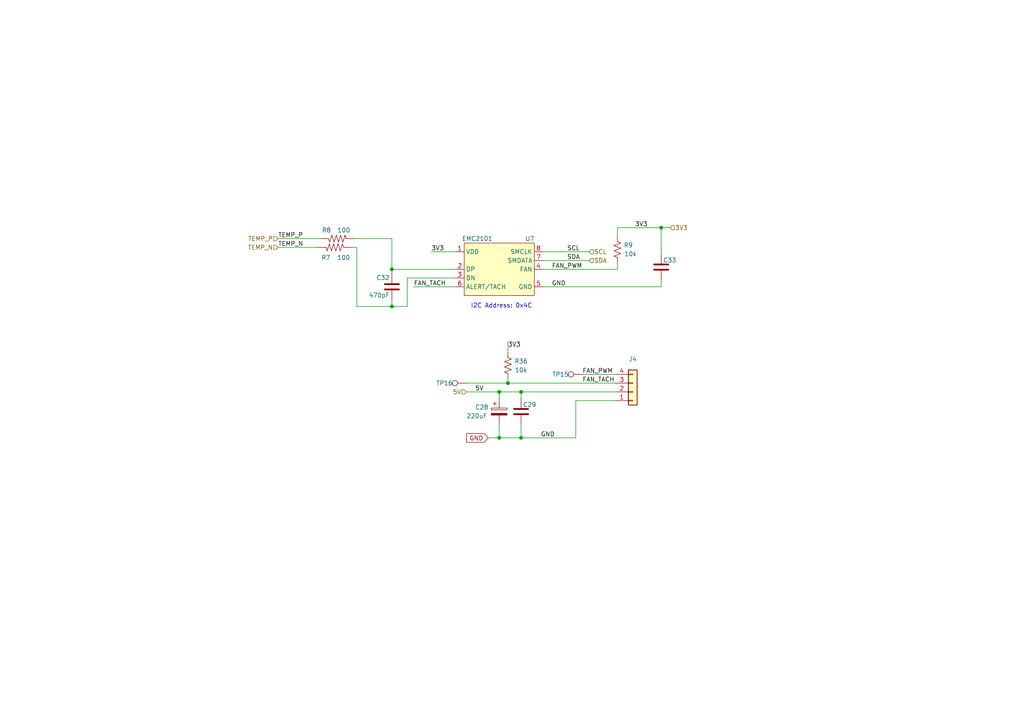
<source format=kicad_sch>
(kicad_sch (version 20230121) (generator eeschema)
  (paper "A4")
  (title_block (title "bitaxe, yo!") (date "2023-05-02") (rev "2.3"))
  (lib_symbols
    (symbol "Connector:TestPoint" (pin_numbers hide) (pin_names (offset 0.762) hide)
      (property "Reference" "TP" (at 0 6.858 0))
      (property "Value" "TestPoint" (at 0 5.08 0))
      (symbol "TestPoint_0_1"
        (circle (center 0 3.302) (radius 0.762))
      )
      (symbol "TestPoint_1_1"
        (pin passive line (at 0 0 90) (length 2.54) (name "1") (number "1"))
      )
    )
    (symbol "Connector_Generic:Conn_01x04" (pin_names (offset 1.016) hide)
      (property "Reference" "J" (at 0 5.08 0))
      (property "Value" "Conn_01x04" (at 0 -7.62 0))
      (symbol "Conn_01x04_1_1"
        (rectangle (start -1.27 -4.953) (end 0 -5.207) (stroke (width 0.1524)))
        (rectangle (start -1.27 -2.413) (end 0 -2.667) (stroke (width 0.1524)))
        (rectangle (start -1.27 0.127) (end 0 -0.127) (stroke (width 0.1524)))
        (rectangle (start -1.27 2.667) (end 0 2.413) (stroke (width 0.1524)))
        (rectangle (start -1.27 3.81) (end 1.27 -6.35) (stroke (width 0.254)) (fill (type background)))
        (pin passive line (at -5.08 2.54 0) (length 3.81) (name "Pin_1") (number "1"))
        (pin passive line (at -5.08 0 0) (length 3.81) (name "Pin_2") (number "2"))
        (pin passive line (at -5.08 -2.54 0) (length 3.81) (name "Pin_3") (number "3"))
        (pin passive line (at -5.08 -5.08 0) (length 3.81) (name "Pin_4") (number "4"))
      )
    )
    (symbol "DayMiner-eagle-import:RESISTOR0402-RES"
      (property "Reference" "R" (at -3.81 1.4986 0))
      (property "Value" "RESISTOR0402-RES" (at -3.81 -3.302 0))
      (symbol "RESISTOR0402-RES_1_0"
        (polyline (pts (xy -2.54 0) (xy -2.159 1.016)) (stroke (width 0.1524)))
        (polyline (pts (xy -2.159 1.016) (xy -1.524 -1.016)) (stroke (width 0.1524)))
        (polyline (pts (xy -1.524 -1.016) (xy -0.889 1.016)) (stroke (width 0.1524)))
        (polyline (pts (xy -0.889 1.016) (xy -0.254 -1.016)) (stroke (width 0.1524)))
        (polyline (pts (xy -0.254 -1.016) (xy 0.381 1.016)) (stroke (width 0.1524)))
        (polyline (pts (xy 0.381 1.016) (xy 1.016 -1.016)) (stroke (width 0.1524)))
        (polyline (pts (xy 1.016 -1.016) (xy 1.651 1.016)) (stroke (width 0.1524)))
        (polyline (pts (xy 1.651 1.016) (xy 2.286 -1.016)) (stroke (width 0.1524)))
        (polyline (pts (xy 2.286 -1.016) (xy 2.54 0)) (stroke (width 0.1524)))
        (pin passive line (at -5.08 0 0) (length 2.54) (name "1") (number "1"))
        (pin passive line (at 5.08 0 180) (length 2.54) (name "2") (number "2"))
      )
    )
    (symbol "Device:C" (pin_numbers hide) (pin_names (offset 0.254))
      (property "Reference" "C" (at 0.635 2.54 0))
      (property "Value" "C" (at 0.635 -2.54 0))
      (symbol "C_0_1"
        (polyline (pts (xy -2.032 -0.762) (xy 2.032 -0.762)) (stroke (width 0.508)))
        (polyline (pts (xy -2.032 0.762) (xy 2.032 0.762)) (stroke (width 0.508)))
      )
      (symbol "C_1_1"
        (pin passive line (at 0 3.81 270) (length 2.794) (name "~") (number "1"))
        (pin passive line (at 0 -3.81 90) (length 2.794) (name "~") (number "2"))
      )
    )
    (symbol "Device:C_Polarized" (pin_numbers hide) (pin_names (offset 0.254))
      (property "Reference" "C" (at 0.635 2.54 0))
      (property "Value" "C_Polarized" (at 0.635 -2.54 0))
      (symbol "C_Polarized_0_1"
        (rectangle (start -2.286 0.508) (end 2.286 1.016))
        (polyline (pts (xy -1.778 2.286) (xy -0.762 2.286)))
        (polyline (pts (xy -1.27 2.794) (xy -1.27 1.778)))
        (rectangle (start 2.286 -0.508) (end -2.286 -1.016) (fill (type outline)))
      )
      (symbol "C_Polarized_1_1"
        (pin passive line (at 0 3.81 270) (length 2.794) (name "~") (number "1"))
        (pin passive line (at 0 -3.81 90) (length 2.794) (name "~") (number "2"))
      )
    )
    (symbol "Device:R_US" (pin_numbers hide) (pin_names (offset 0))
      (property "Reference" "R" (at 2.54 0 90))
      (property "Value" "R_US" (at -2.54 0 90))
      (symbol "R_US_0_1"
        (polyline (pts (xy 0 -2.286) (xy 0 -2.54)))
        (polyline (pts (xy 0 2.286) (xy 0 2.54)))
        (polyline (pts (xy 0 -0.762) (xy 1.016 -1.143) (xy 0 -1.524) (xy -1.016 -1.905) (xy 0 -2.286)))
        (polyline (pts (xy 0 0.762) (xy 1.016 0.381) (xy 0 0) (xy -1.016 -0.381) (xy 0 -0.762)))
        (polyline (pts (xy 0 2.286) (xy 1.016 1.905) (xy 0 1.524) (xy -1.016 1.143) (xy 0 0.762)))
      )
      (symbol "R_US_1_1"
        (pin passive line (at 0 3.81 270) (length 1.27) (name "~") (number "1"))
        (pin passive line (at 0 -3.81 90) (length 1.27) (name "~") (number "2"))
      )
    )
    (symbol "dayminer:EMC2101"
      (property "Reference" "U" (at 8.89 8.89 0))
      (property "Value" "EMC2101" (at -6.35 8.89 0))
      (symbol "EMC2101_0_1"
        (rectangle (start -10.16 7.62) (end 10.16 -7.62) (stroke (width 0.1524)) (fill (type background)))
      )
      (symbol "EMC2101_1_1"
        (pin power_in line (at -12.7 5.08 0) (length 2.54) (name "VDD") (number "1"))
        (pin input line (at -12.7 0 0) (length 2.54) (name "DP") (number "2"))
        (pin input line (at -12.7 -2.54 0) (length 2.54) (name "DN") (number "3"))
        (pin output line (at 12.7 0 180) (length 2.54) (name "FAN") (number "4"))
        (pin power_in line (at 12.7 -5.08 180) (length 2.54) (name "GND") (number "5"))
        (pin input line (at -12.7 -5.08 0) (length 2.54) (name "ALERT/TACH") (number "6"))
        (pin input line (at 12.7 2.54 180) (length 2.54) (name "SMDATA") (number "7"))
        (pin input line (at 12.7 5.08 180) (length 2.54) (name "SMCLK") (number "8"))
      )
    )
  )
  (junction (at 113.665 78.105))
  (junction (at 191.77 66.04))
  (junction (at 151.13 113.665))
  (junction (at 147.32 111.125))
  (junction (at 144.78 113.665))
  (junction (at 113.665 88.9))
  (junction (at 144.78 127))
  (junction (at 151.13 127))
  (wire (pts (xy 157.48 73.025) (xy 170.815 73.025)))
  (wire (pts (xy 144.78 123.19) (xy 144.78 127)))
  (wire (pts (xy 135.255 111.125) (xy 147.32 111.125)))
  (wire (pts (xy 144.78 127) (xy 151.13 127)))
  (wire (pts (xy 80.645 71.755) (xy 92.075 71.755)))
  (wire (pts (xy 103.505 88.9) (xy 113.665 88.9)))
  (wire (pts (xy 179.07 66.04) (xy 191.77 66.04)))
  (wire (pts (xy 113.665 69.215) (xy 102.87 69.215)))
  (wire (pts (xy 194.31 66.04) (xy 191.77 66.04)))
  (wire (pts (xy 80.645 69.215) (xy 92.71 69.215)))
  (wire (pts (xy 120.015 83.185) (xy 132.08 83.185)))
  (wire (pts (xy 147.32 111.125) (xy 178.435 111.125)))
  (wire (pts (xy 147.32 99.06) (xy 147.32 102.235)))
  (wire (pts (xy 157.48 75.565) (xy 170.815 75.565)))
  (wire (pts (xy 144.78 113.665) (xy 151.13 113.665)))
  (wire (pts (xy 167.005 116.205) (xy 167.005 127)))
  (wire (pts (xy 132.08 78.105) (xy 113.665 78.105)))
  (wire (pts (xy 125.095 73.025) (xy 132.08 73.025)))
  (wire (pts (xy 118.11 88.9) (xy 118.11 80.645)))
  (wire (pts (xy 191.77 81.28) (xy 191.77 83.185)))
  (wire (pts (xy 103.505 71.755) (xy 102.235 71.755)))
  (wire (pts (xy 113.665 78.105) (xy 113.665 79.375)))
  (wire (pts (xy 191.77 66.04) (xy 191.77 73.66)))
  (wire (pts (xy 113.665 78.105) (xy 113.665 69.215)))
  (wire (pts (xy 179.07 66.04) (xy 179.07 68.58)))
  (wire (pts (xy 151.13 113.665) (xy 151.13 115.57)))
  (wire (pts (xy 113.665 88.9) (xy 118.11 88.9)))
  (wire (pts (xy 179.07 78.105) (xy 179.07 76.2)))
  (wire (pts (xy 167.005 116.205) (xy 178.435 116.205)))
  (wire (pts (xy 103.505 71.755) (xy 103.505 88.9)))
  (wire (pts (xy 168.91 108.585) (xy 178.435 108.585)))
  (wire (pts (xy 151.13 113.665) (xy 178.435 113.665)))
  (wire (pts (xy 157.48 83.185) (xy 191.77 83.185)))
  (wire (pts (xy 147.32 109.855) (xy 147.32 111.125)))
  (wire (pts (xy 157.48 78.105) (xy 179.07 78.105)))
  (wire (pts (xy 135.255 113.665) (xy 144.78 113.665)))
  (wire (pts (xy 132.08 80.645) (xy 118.11 80.645)))
  (wire (pts (xy 141.605 127) (xy 144.78 127)))
  (wire (pts (xy 144.78 113.665) (xy 144.78 115.57)))
  (wire (pts (xy 151.13 127) (xy 167.005 127)))
  (wire (pts (xy 113.665 86.995) (xy 113.665 88.9)))
  (wire (pts (xy 151.13 123.19) (xy 151.13 127)))
  (text "I2C Address: 0x4C" (at 136.525 89.535 0) (effects (font (size 1.27 1.27)) (justify left bottom)))
  (label "FAN_PWM" (at 160.02 78.105 0))
  (label "TEMP_P" (at 80.645 69.215 0))
  (label "GND" (at 160.02 83.185 0))
  (label "SCL" (at 164.465 73.025 0))
  (label "FAN_TACH" (at 120.015 83.185 0))
  (label "GND" (at 156.845 127 0))
  (label "3V3" (at 147.32 100.965 0))
  (label "FAN_PWM" (at 168.91 108.585 0))
  (label "3V3" (at 184.15 66.04 0))
  (label "3V3" (at 125.095 73.025 0))
  (label "TEMP_N" (at 80.645 71.755 0))
  (label "5V" (at 137.795 113.665 0))
  (label "SDA" (at 164.465 75.565 0))
  (label "FAN_TACH" (at 168.91 111.125 0))
  (global_label "GND" (shape input) (at 141.605 127 180) (property "Intersheetrefs" "${INTERSHEET_REFS}" (effects hide)))
  (hierarchical_label "5V" (shape input) (at 135.255 113.665 180))
  (hierarchical_label "TEMP_P" (shape input) (at 80.645 69.215 180))
  (hierarchical_label "SCL" (shape input) (at 170.815 73.025 0))
  (hierarchical_label "TEMP_N" (shape input) (at 80.645 71.755 180))
  (hierarchical_label "SDA" (shape input) (at 170.815 75.565 0))
  (hierarchical_label "3V3" (shape input) (at 194.31 66.04 0))
  (symbol (lib_id "Connector:TestPoint") (at 168.91 108.585 90) (mirror x) (unit 1)
    (property "Reference" "TP15" (at 162.56 108.585 90))
    (property "Value" "TestPoint" (effects hide))
    (property "Footprint" "TestPoint:TestPoint_Pad_D1.5mm" (effects hide))
    (property "DNP" "T" (effects hide))
  )
  (symbol (lib_id "Device:R_US") (at 147.32 106.045 180) (unit 1)
    (property "Reference" "R36" (at 151.13 104.775 0))
    (property "Value" "10k" (at 151.13 107.315 0))
    (property "Footprint" "Resistor_SMD:R_0402_1005Metric" (effects hide))
    (property "DK" "311-10KJRCT-ND" (effects hide))
    (property "PARTNO" "RC0402JR-0710KL" (effects hide))
  )
  (symbol (lib_id "Device:C") (at 191.77 77.47 0) (mirror y) (unit 1)
    (property "Reference" "C33" (at 196.215 76.2 0) (effects (justify left bottom)))
    (property "Value" "0.1uF" (at 198.12 80.645 0) (effects (justify left bottom)))
    (property "Footprint" "Capacitor_SMD:C_0402_1005Metric" (effects hide))
    (property "Value" "311-3342-1-ND" (effects hide))
    (property "DK" "1292-1639-1-ND" (effects hide))
    (property "PARTNO" "0402X104K100CT" (effects hide))
  )
  (symbol (lib_id "Device:C") (at 151.13 119.38 0) (mirror y) (unit 1)
    (property "Reference" "C29" (at 155.575 118.11 0) (effects (justify left bottom)))
    (property "Value" "0.1uF" (at 157.48 122.555 0) (effects (justify left bottom)))
    (property "Footprint" "Capacitor_SMD:C_0402_1005Metric" (effects hide))
    (property "Value" "311-3342-1-ND" (effects hide))
    (property "DK" "1292-1639-1-ND" (effects hide))
    (property "PARTNO" "0402X104K100CT" (effects hide))
  )
  (symbol (lib_id "DayMiner-eagle-import:RESISTOR0402-RES") (at 97.79 69.215 0) (mirror x) (unit 1)
    (property "Reference" "R8" (at 93.345 66.04 0) (effects (justify left bottom)))
    (property "Value" "100" (at 97.79 66.04 0) (effects (justify left bottom)))
    (property "Footprint" "Resistor_SMD:R_0402_1005Metric" (effects hide))
    (property "DK" "RMCF0402FT100RCT-ND" (effects hide))
    (property "PARTNO" "RMCF0402FT100R" (effects hide))
  )
  (symbol (lib_id "Connector_Generic:Conn_01x04") (at 183.515 113.665 0) (mirror x) (unit 1)
    (property "Reference" "J4" (at 183.515 104.14 0))
    (property "Value" "Conn_01x04" (effects hide))
    (property "Footprint" "bitaxe:470531000" (effects hide))
    (property "PARTNO" "0470531000" (effects hide))
    (property "DK" "WM4330-ND" (effects hide))
  )
  (symbol (lib_id "Device:C") (at 113.665 83.185 0) (mirror y) (unit 1)
    (property "Reference" "C32" (at 113.03 81.28 0) (effects (justify left bottom)))
    (property "Value" "470pF" (at 113.03 86.36 0) (effects (justify left bottom)))
    (property "Footprint" "Capacitor_SMD:C_0402_1005Metric" (effects hide))
    (property "DK" "1276-1566-1-ND" (effects hide))
    (property "PARTNO" "CL05B471KB5NNNC" (effects hide))
  )
  (symbol (lib_id "Connector:TestPoint") (at 135.255 111.125 90) (mirror x) (unit 1)
    (property "Reference" "TP16" (at 128.905 111.125 90))
    (property "Value" "TestPoint" (effects hide))
    (property "Footprint" "TestPoint:TestPoint_Pad_D1.5mm" (effects hide))
    (property "DNP" "T" (effects hide))
  )
  (symbol (lib_id "DayMiner-eagle-import:RESISTOR0402-RES") (at 97.155 71.755 0) (mirror y) (unit 1)
    (property "Reference" "R7" (at 95.885 75.435 0) (effects (justify left bottom)))
    (property "Value" "100" (at 101.6 75.435 0) (effects (justify left bottom)))
    (property "Footprint" "Resistor_SMD:R_0402_1005Metric" (effects hide))
    (property "DK" "RMCF0402FT100RCT-ND" (effects hide))
    (property "PARTNO" "RMCF0402FT100R" (effects hide))
  )
  (symbol (lib_id "Device:C_Polarized") (at 144.78 119.38 0) (unit 1)
    (property "Reference" "C28" (at 137.795 118.11 0) (effects (justify left)))
    (property "Value" "220uF" (at 135.255 120.65 0) (effects (justify left)))
    (property "Footprint" "Capacitor_SMD:CP_Elec_6.3x7.7" (effects hide))
    (property "DK" "732-8422-1-ND" (effects hide))
    (property "PARTNO" "865080345012" (effects hide))
  )
  (symbol (lib_id "Device:R_US") (at 179.07 72.39 180) (unit 1)
    (property "Reference" "R9" (at 182.245 71.12 0))
    (property "Value" "10k" (at 182.88 73.66 0))
    (property "Footprint" "Resistor_SMD:R_0402_1005Metric" (effects hide))
    (property "DK" "311-10KJRCT-ND" (effects hide))
    (property "PARTNO" "RC0402JR-0710KL" (effects hide))
  )
  (symbol (lib_id "dayminer:EMC2101") (at 144.78 78.105 0) (unit 1)
    (property "Reference" "U7" (at 153.67 69.215 0))
    (property "Value" "EMC2101" (at 138.43 69.215 0))
    (property "Footprint" "Package_SO:TSSOP-8_3x3mm_P0.65mm" (effects hide))
    (property "Datasheet" "https://ww1.microchip.com/downloads/en/DeviceDoc/2101.pdf" (effects hide))
    (property "DK" "EMC2101-R-ACZL-CT-ND" (effects hide))
    (property "PARTNO" "EMC2101-R-ACZL-TR" (effects hide))
  )
)
</source>
